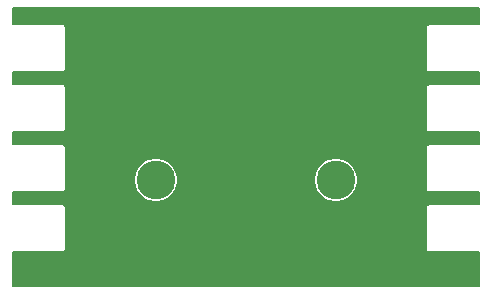
<source format=gbr>
G04 #@! TF.GenerationSoftware,KiCad,Pcbnew,5.1.4*
G04 #@! TF.CreationDate,2022-02-05T09:52:07-07:00*
G04 #@! TF.ProjectId,sleigh,736c6569-6768-42e6-9b69-6361645f7063,rev?*
G04 #@! TF.SameCoordinates,Original*
G04 #@! TF.FileFunction,Copper,L4,Bot*
G04 #@! TF.FilePolarity,Positive*
%FSLAX46Y46*%
G04 Gerber Fmt 4.6, Leading zero omitted, Abs format (unit mm)*
G04 Created by KiCad (PCBNEW 5.1.4) date 2022-02-05 09:52:07*
%MOMM*%
%LPD*%
G04 APERTURE LIST*
%ADD10C,3.280000*%
%ADD11C,0.600000*%
%ADD12C,0.150000*%
G04 APERTURE END LIST*
D10*
X144780000Y-85360000D03*
X160020000Y-85360000D03*
D11*
X133540000Y-92320000D03*
X135820000Y-93840000D03*
X138100000Y-71800000D03*
X138100000Y-75600000D03*
X138100000Y-80920000D03*
X138100000Y-86240000D03*
X138100000Y-90800000D03*
X139620000Y-77880000D03*
X139620000Y-93080000D03*
X140380000Y-82440000D03*
X140380000Y-87760000D03*
X141140000Y-72560000D03*
X141900000Y-75600000D03*
X141900000Y-80160000D03*
X141900000Y-85480000D03*
X141900000Y-90800000D03*
X142660000Y-93840000D03*
X143420000Y-77880000D03*
X144180000Y-71800000D03*
X144940000Y-80920000D03*
X144940000Y-91560000D03*
X145700000Y-75600000D03*
X146460000Y-93840000D03*
X147220000Y-72560000D03*
X147220000Y-77880000D03*
X147980000Y-81680000D03*
X147980000Y-85480000D03*
X148740000Y-88520000D03*
X149500000Y-74080000D03*
X149500000Y-79400000D03*
X150260000Y-83960000D03*
X151020000Y-71800000D03*
X151020000Y-76360000D03*
X153300000Y-73320000D03*
X154060000Y-79400000D03*
X154820000Y-83200000D03*
X155580000Y-71800000D03*
X155580000Y-87000000D03*
X156340000Y-77120000D03*
X157100000Y-80920000D03*
X157100000Y-91560000D03*
X157860000Y-73320000D03*
X158620000Y-93840000D03*
X159380000Y-75600000D03*
X159380000Y-83200000D03*
X160140000Y-71800000D03*
X160140000Y-80160000D03*
X160140000Y-90800000D03*
X161660000Y-77120000D03*
X161660000Y-93080000D03*
X162420000Y-73320000D03*
X162420000Y-81680000D03*
X163180000Y-85480000D03*
X163940000Y-75600000D03*
X163940000Y-88520000D03*
X164700000Y-71800000D03*
X164700000Y-91560000D03*
X165460000Y-77880000D03*
X165460000Y-82440000D03*
X166220000Y-86240000D03*
X166220000Y-93840000D03*
X168500000Y-92320000D03*
X170780000Y-93840000D03*
D12*
G36*
X172146000Y-72173000D02*
G01*
X167919990Y-72173000D01*
X167906000Y-72171622D01*
X167892010Y-72173000D01*
X167850130Y-72177125D01*
X167796408Y-72193421D01*
X167746897Y-72219885D01*
X167703500Y-72255500D01*
X167667885Y-72298897D01*
X167641421Y-72348408D01*
X167625125Y-72402130D01*
X167619622Y-72458000D01*
X167621000Y-72471990D01*
X167621001Y-75944000D01*
X167619622Y-75958000D01*
X167625125Y-76013870D01*
X167641421Y-76067592D01*
X167667885Y-76117103D01*
X167703500Y-76160500D01*
X167746897Y-76196115D01*
X167796408Y-76222579D01*
X167850130Y-76238875D01*
X167892010Y-76243000D01*
X167906000Y-76244378D01*
X167919990Y-76243000D01*
X172146000Y-76243000D01*
X172146001Y-77253000D01*
X167919990Y-77253000D01*
X167906000Y-77251622D01*
X167892010Y-77253000D01*
X167850130Y-77257125D01*
X167796408Y-77273421D01*
X167746897Y-77299885D01*
X167703500Y-77335500D01*
X167667885Y-77378897D01*
X167641421Y-77428408D01*
X167625125Y-77482130D01*
X167619622Y-77538000D01*
X167621000Y-77551990D01*
X167621001Y-81024000D01*
X167619622Y-81038000D01*
X167625125Y-81093870D01*
X167641421Y-81147592D01*
X167667885Y-81197103D01*
X167703500Y-81240500D01*
X167746897Y-81276115D01*
X167796408Y-81302579D01*
X167850130Y-81318875D01*
X167892010Y-81323000D01*
X167906000Y-81324378D01*
X167919990Y-81323000D01*
X172146000Y-81323000D01*
X172146001Y-82333000D01*
X167919990Y-82333000D01*
X167906000Y-82331622D01*
X167892010Y-82333000D01*
X167850130Y-82337125D01*
X167796408Y-82353421D01*
X167746897Y-82379885D01*
X167703500Y-82415500D01*
X167667885Y-82458897D01*
X167641421Y-82508408D01*
X167625125Y-82562130D01*
X167619622Y-82618000D01*
X167621000Y-82631990D01*
X167621001Y-86104000D01*
X167619622Y-86118000D01*
X167625125Y-86173870D01*
X167641421Y-86227592D01*
X167667885Y-86277103D01*
X167703500Y-86320500D01*
X167746897Y-86356115D01*
X167796408Y-86382579D01*
X167850130Y-86398875D01*
X167892010Y-86403000D01*
X167906000Y-86404378D01*
X167919990Y-86403000D01*
X172146000Y-86403000D01*
X172146001Y-87413000D01*
X167919990Y-87413000D01*
X167906000Y-87411622D01*
X167892010Y-87413000D01*
X167850130Y-87417125D01*
X167796408Y-87433421D01*
X167746897Y-87459885D01*
X167703500Y-87495500D01*
X167667885Y-87538897D01*
X167641421Y-87588408D01*
X167625125Y-87642130D01*
X167619622Y-87698000D01*
X167621000Y-87711990D01*
X167621001Y-91184000D01*
X167619622Y-91198000D01*
X167625125Y-91253870D01*
X167641421Y-91307592D01*
X167667885Y-91357103D01*
X167703500Y-91400500D01*
X167746897Y-91436115D01*
X167796408Y-91462579D01*
X167850130Y-91478875D01*
X167892010Y-91483000D01*
X167906000Y-91484378D01*
X167919990Y-91483000D01*
X172146000Y-91483000D01*
X172146001Y-94340000D01*
X132654000Y-94340000D01*
X132654000Y-91483000D01*
X136880010Y-91483000D01*
X136894000Y-91484378D01*
X136907990Y-91483000D01*
X136949870Y-91478875D01*
X137003592Y-91462579D01*
X137053103Y-91436115D01*
X137096500Y-91400500D01*
X137132115Y-91357103D01*
X137158579Y-91307592D01*
X137174875Y-91253870D01*
X137180378Y-91198000D01*
X137179000Y-91184010D01*
X137179000Y-87711990D01*
X137180378Y-87698000D01*
X137174875Y-87642130D01*
X137158579Y-87588408D01*
X137132115Y-87538897D01*
X137096500Y-87495500D01*
X137053103Y-87459885D01*
X137003592Y-87433421D01*
X136949870Y-87417125D01*
X136907990Y-87413000D01*
X136894000Y-87411622D01*
X136880010Y-87413000D01*
X132654000Y-87413000D01*
X132654000Y-86403000D01*
X136880010Y-86403000D01*
X136894000Y-86404378D01*
X136907990Y-86403000D01*
X136949870Y-86398875D01*
X137003592Y-86382579D01*
X137053103Y-86356115D01*
X137096500Y-86320500D01*
X137132115Y-86277103D01*
X137158579Y-86227592D01*
X137174875Y-86173870D01*
X137180378Y-86118000D01*
X137179000Y-86104010D01*
X137179000Y-85175329D01*
X142905000Y-85175329D01*
X142905000Y-85544671D01*
X142977056Y-85906917D01*
X143118397Y-86248145D01*
X143323593Y-86555243D01*
X143584757Y-86816407D01*
X143891855Y-87021603D01*
X144233083Y-87162944D01*
X144595329Y-87235000D01*
X144964671Y-87235000D01*
X145326917Y-87162944D01*
X145668145Y-87021603D01*
X145975243Y-86816407D01*
X146236407Y-86555243D01*
X146441603Y-86248145D01*
X146582944Y-85906917D01*
X146655000Y-85544671D01*
X146655000Y-85175329D01*
X158145000Y-85175329D01*
X158145000Y-85544671D01*
X158217056Y-85906917D01*
X158358397Y-86248145D01*
X158563593Y-86555243D01*
X158824757Y-86816407D01*
X159131855Y-87021603D01*
X159473083Y-87162944D01*
X159835329Y-87235000D01*
X160204671Y-87235000D01*
X160566917Y-87162944D01*
X160908145Y-87021603D01*
X161215243Y-86816407D01*
X161476407Y-86555243D01*
X161681603Y-86248145D01*
X161822944Y-85906917D01*
X161895000Y-85544671D01*
X161895000Y-85175329D01*
X161822944Y-84813083D01*
X161681603Y-84471855D01*
X161476407Y-84164757D01*
X161215243Y-83903593D01*
X160908145Y-83698397D01*
X160566917Y-83557056D01*
X160204671Y-83485000D01*
X159835329Y-83485000D01*
X159473083Y-83557056D01*
X159131855Y-83698397D01*
X158824757Y-83903593D01*
X158563593Y-84164757D01*
X158358397Y-84471855D01*
X158217056Y-84813083D01*
X158145000Y-85175329D01*
X146655000Y-85175329D01*
X146582944Y-84813083D01*
X146441603Y-84471855D01*
X146236407Y-84164757D01*
X145975243Y-83903593D01*
X145668145Y-83698397D01*
X145326917Y-83557056D01*
X144964671Y-83485000D01*
X144595329Y-83485000D01*
X144233083Y-83557056D01*
X143891855Y-83698397D01*
X143584757Y-83903593D01*
X143323593Y-84164757D01*
X143118397Y-84471855D01*
X142977056Y-84813083D01*
X142905000Y-85175329D01*
X137179000Y-85175329D01*
X137179000Y-82631990D01*
X137180378Y-82618000D01*
X137174875Y-82562130D01*
X137158579Y-82508408D01*
X137132115Y-82458897D01*
X137096500Y-82415500D01*
X137053103Y-82379885D01*
X137003592Y-82353421D01*
X136949870Y-82337125D01*
X136907990Y-82333000D01*
X136894000Y-82331622D01*
X136880010Y-82333000D01*
X132654000Y-82333000D01*
X132654000Y-81315000D01*
X136880010Y-81315000D01*
X136894000Y-81316378D01*
X136907990Y-81315000D01*
X136949870Y-81310875D01*
X137003592Y-81294579D01*
X137053103Y-81268115D01*
X137096500Y-81232500D01*
X137132115Y-81189103D01*
X137158579Y-81139592D01*
X137174875Y-81085870D01*
X137180378Y-81030000D01*
X137179000Y-81016010D01*
X137179000Y-77543990D01*
X137180378Y-77530000D01*
X137174875Y-77474130D01*
X137158579Y-77420408D01*
X137132115Y-77370897D01*
X137096500Y-77327500D01*
X137053103Y-77291885D01*
X137003592Y-77265421D01*
X136949870Y-77249125D01*
X136907990Y-77245000D01*
X136894000Y-77243622D01*
X136880010Y-77245000D01*
X132654000Y-77245000D01*
X132654000Y-76235000D01*
X136880010Y-76235000D01*
X136894000Y-76236378D01*
X136907990Y-76235000D01*
X136949870Y-76230875D01*
X137003592Y-76214579D01*
X137053103Y-76188115D01*
X137096500Y-76152500D01*
X137132115Y-76109103D01*
X137158579Y-76059592D01*
X137174875Y-76005870D01*
X137180378Y-75950000D01*
X137179000Y-75936010D01*
X137179000Y-72463990D01*
X137180378Y-72450000D01*
X137174875Y-72394130D01*
X137158579Y-72340408D01*
X137132115Y-72290897D01*
X137096500Y-72247500D01*
X137053103Y-72211885D01*
X137003592Y-72185421D01*
X136949870Y-72169125D01*
X136907990Y-72165000D01*
X136894000Y-72163622D01*
X136880010Y-72165000D01*
X132654000Y-72165000D01*
X132654000Y-70760000D01*
X172146001Y-70760000D01*
X172146000Y-72173000D01*
X172146000Y-72173000D01*
G37*
X172146000Y-72173000D02*
X167919990Y-72173000D01*
X167906000Y-72171622D01*
X167892010Y-72173000D01*
X167850130Y-72177125D01*
X167796408Y-72193421D01*
X167746897Y-72219885D01*
X167703500Y-72255500D01*
X167667885Y-72298897D01*
X167641421Y-72348408D01*
X167625125Y-72402130D01*
X167619622Y-72458000D01*
X167621000Y-72471990D01*
X167621001Y-75944000D01*
X167619622Y-75958000D01*
X167625125Y-76013870D01*
X167641421Y-76067592D01*
X167667885Y-76117103D01*
X167703500Y-76160500D01*
X167746897Y-76196115D01*
X167796408Y-76222579D01*
X167850130Y-76238875D01*
X167892010Y-76243000D01*
X167906000Y-76244378D01*
X167919990Y-76243000D01*
X172146000Y-76243000D01*
X172146001Y-77253000D01*
X167919990Y-77253000D01*
X167906000Y-77251622D01*
X167892010Y-77253000D01*
X167850130Y-77257125D01*
X167796408Y-77273421D01*
X167746897Y-77299885D01*
X167703500Y-77335500D01*
X167667885Y-77378897D01*
X167641421Y-77428408D01*
X167625125Y-77482130D01*
X167619622Y-77538000D01*
X167621000Y-77551990D01*
X167621001Y-81024000D01*
X167619622Y-81038000D01*
X167625125Y-81093870D01*
X167641421Y-81147592D01*
X167667885Y-81197103D01*
X167703500Y-81240500D01*
X167746897Y-81276115D01*
X167796408Y-81302579D01*
X167850130Y-81318875D01*
X167892010Y-81323000D01*
X167906000Y-81324378D01*
X167919990Y-81323000D01*
X172146000Y-81323000D01*
X172146001Y-82333000D01*
X167919990Y-82333000D01*
X167906000Y-82331622D01*
X167892010Y-82333000D01*
X167850130Y-82337125D01*
X167796408Y-82353421D01*
X167746897Y-82379885D01*
X167703500Y-82415500D01*
X167667885Y-82458897D01*
X167641421Y-82508408D01*
X167625125Y-82562130D01*
X167619622Y-82618000D01*
X167621000Y-82631990D01*
X167621001Y-86104000D01*
X167619622Y-86118000D01*
X167625125Y-86173870D01*
X167641421Y-86227592D01*
X167667885Y-86277103D01*
X167703500Y-86320500D01*
X167746897Y-86356115D01*
X167796408Y-86382579D01*
X167850130Y-86398875D01*
X167892010Y-86403000D01*
X167906000Y-86404378D01*
X167919990Y-86403000D01*
X172146000Y-86403000D01*
X172146001Y-87413000D01*
X167919990Y-87413000D01*
X167906000Y-87411622D01*
X167892010Y-87413000D01*
X167850130Y-87417125D01*
X167796408Y-87433421D01*
X167746897Y-87459885D01*
X167703500Y-87495500D01*
X167667885Y-87538897D01*
X167641421Y-87588408D01*
X167625125Y-87642130D01*
X167619622Y-87698000D01*
X167621000Y-87711990D01*
X167621001Y-91184000D01*
X167619622Y-91198000D01*
X167625125Y-91253870D01*
X167641421Y-91307592D01*
X167667885Y-91357103D01*
X167703500Y-91400500D01*
X167746897Y-91436115D01*
X167796408Y-91462579D01*
X167850130Y-91478875D01*
X167892010Y-91483000D01*
X167906000Y-91484378D01*
X167919990Y-91483000D01*
X172146000Y-91483000D01*
X172146001Y-94340000D01*
X132654000Y-94340000D01*
X132654000Y-91483000D01*
X136880010Y-91483000D01*
X136894000Y-91484378D01*
X136907990Y-91483000D01*
X136949870Y-91478875D01*
X137003592Y-91462579D01*
X137053103Y-91436115D01*
X137096500Y-91400500D01*
X137132115Y-91357103D01*
X137158579Y-91307592D01*
X137174875Y-91253870D01*
X137180378Y-91198000D01*
X137179000Y-91184010D01*
X137179000Y-87711990D01*
X137180378Y-87698000D01*
X137174875Y-87642130D01*
X137158579Y-87588408D01*
X137132115Y-87538897D01*
X137096500Y-87495500D01*
X137053103Y-87459885D01*
X137003592Y-87433421D01*
X136949870Y-87417125D01*
X136907990Y-87413000D01*
X136894000Y-87411622D01*
X136880010Y-87413000D01*
X132654000Y-87413000D01*
X132654000Y-86403000D01*
X136880010Y-86403000D01*
X136894000Y-86404378D01*
X136907990Y-86403000D01*
X136949870Y-86398875D01*
X137003592Y-86382579D01*
X137053103Y-86356115D01*
X137096500Y-86320500D01*
X137132115Y-86277103D01*
X137158579Y-86227592D01*
X137174875Y-86173870D01*
X137180378Y-86118000D01*
X137179000Y-86104010D01*
X137179000Y-85175329D01*
X142905000Y-85175329D01*
X142905000Y-85544671D01*
X142977056Y-85906917D01*
X143118397Y-86248145D01*
X143323593Y-86555243D01*
X143584757Y-86816407D01*
X143891855Y-87021603D01*
X144233083Y-87162944D01*
X144595329Y-87235000D01*
X144964671Y-87235000D01*
X145326917Y-87162944D01*
X145668145Y-87021603D01*
X145975243Y-86816407D01*
X146236407Y-86555243D01*
X146441603Y-86248145D01*
X146582944Y-85906917D01*
X146655000Y-85544671D01*
X146655000Y-85175329D01*
X158145000Y-85175329D01*
X158145000Y-85544671D01*
X158217056Y-85906917D01*
X158358397Y-86248145D01*
X158563593Y-86555243D01*
X158824757Y-86816407D01*
X159131855Y-87021603D01*
X159473083Y-87162944D01*
X159835329Y-87235000D01*
X160204671Y-87235000D01*
X160566917Y-87162944D01*
X160908145Y-87021603D01*
X161215243Y-86816407D01*
X161476407Y-86555243D01*
X161681603Y-86248145D01*
X161822944Y-85906917D01*
X161895000Y-85544671D01*
X161895000Y-85175329D01*
X161822944Y-84813083D01*
X161681603Y-84471855D01*
X161476407Y-84164757D01*
X161215243Y-83903593D01*
X160908145Y-83698397D01*
X160566917Y-83557056D01*
X160204671Y-83485000D01*
X159835329Y-83485000D01*
X159473083Y-83557056D01*
X159131855Y-83698397D01*
X158824757Y-83903593D01*
X158563593Y-84164757D01*
X158358397Y-84471855D01*
X158217056Y-84813083D01*
X158145000Y-85175329D01*
X146655000Y-85175329D01*
X146582944Y-84813083D01*
X146441603Y-84471855D01*
X146236407Y-84164757D01*
X145975243Y-83903593D01*
X145668145Y-83698397D01*
X145326917Y-83557056D01*
X144964671Y-83485000D01*
X144595329Y-83485000D01*
X144233083Y-83557056D01*
X143891855Y-83698397D01*
X143584757Y-83903593D01*
X143323593Y-84164757D01*
X143118397Y-84471855D01*
X142977056Y-84813083D01*
X142905000Y-85175329D01*
X137179000Y-85175329D01*
X137179000Y-82631990D01*
X137180378Y-82618000D01*
X137174875Y-82562130D01*
X137158579Y-82508408D01*
X137132115Y-82458897D01*
X137096500Y-82415500D01*
X137053103Y-82379885D01*
X137003592Y-82353421D01*
X136949870Y-82337125D01*
X136907990Y-82333000D01*
X136894000Y-82331622D01*
X136880010Y-82333000D01*
X132654000Y-82333000D01*
X132654000Y-81315000D01*
X136880010Y-81315000D01*
X136894000Y-81316378D01*
X136907990Y-81315000D01*
X136949870Y-81310875D01*
X137003592Y-81294579D01*
X137053103Y-81268115D01*
X137096500Y-81232500D01*
X137132115Y-81189103D01*
X137158579Y-81139592D01*
X137174875Y-81085870D01*
X137180378Y-81030000D01*
X137179000Y-81016010D01*
X137179000Y-77543990D01*
X137180378Y-77530000D01*
X137174875Y-77474130D01*
X137158579Y-77420408D01*
X137132115Y-77370897D01*
X137096500Y-77327500D01*
X137053103Y-77291885D01*
X137003592Y-77265421D01*
X136949870Y-77249125D01*
X136907990Y-77245000D01*
X136894000Y-77243622D01*
X136880010Y-77245000D01*
X132654000Y-77245000D01*
X132654000Y-76235000D01*
X136880010Y-76235000D01*
X136894000Y-76236378D01*
X136907990Y-76235000D01*
X136949870Y-76230875D01*
X137003592Y-76214579D01*
X137053103Y-76188115D01*
X137096500Y-76152500D01*
X137132115Y-76109103D01*
X137158579Y-76059592D01*
X137174875Y-76005870D01*
X137180378Y-75950000D01*
X137179000Y-75936010D01*
X137179000Y-72463990D01*
X137180378Y-72450000D01*
X137174875Y-72394130D01*
X137158579Y-72340408D01*
X137132115Y-72290897D01*
X137096500Y-72247500D01*
X137053103Y-72211885D01*
X137003592Y-72185421D01*
X136949870Y-72169125D01*
X136907990Y-72165000D01*
X136894000Y-72163622D01*
X136880010Y-72165000D01*
X132654000Y-72165000D01*
X132654000Y-70760000D01*
X172146001Y-70760000D01*
X172146000Y-72173000D01*
M02*

</source>
